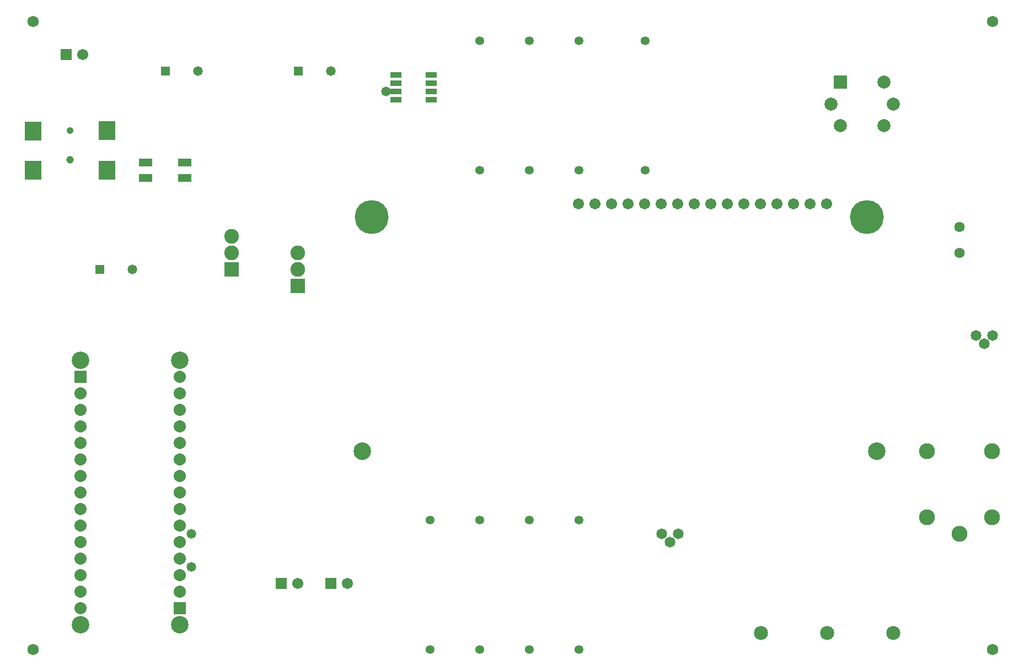
<source format=gts>
G04*
G04 #@! TF.GenerationSoftware,Altium Limited,Altium Designer,23.6.0 (18)*
G04*
G04 Layer_Color=8388736*
%FSLAX44Y44*%
%MOMM*%
G71*
G04*
G04 #@! TF.SameCoordinates,7898EC2A-0A59-48EF-961D-189EECB35E8C*
G04*
G04*
G04 #@! TF.FilePolarity,Negative*
G04*
G01*
G75*
%ADD17R,2.6032X3.0032*%
%ADD18R,1.7282X0.8532*%
%ADD19R,2.0532X1.2032*%
%ADD20C,5.2032*%
%ADD21C,2.7032*%
%ADD22C,1.7032*%
%ADD23C,1.7272*%
%ADD24C,1.3532*%
%ADD25C,1.1532*%
%ADD26C,1.0532*%
%ADD27R,2.2582X2.2582*%
%ADD28C,2.2582*%
%ADD29C,2.4532*%
%ADD30R,1.4782X1.4782*%
%ADD31C,1.4782*%
%ADD32C,1.6432*%
%ADD33R,1.7032X1.7032*%
%ADD34C,2.1532*%
%ADD35C,1.6032*%
%ADD36C,2.0032*%
%ADD37R,2.0032X2.0032*%
%ADD38R,1.8682X1.8682*%
%ADD39C,1.8682*%
%ADD40C,2.6782*%
%ADD41C,1.4732*%
D17*
X139400Y762000D02*
D03*
X25400D02*
D03*
Y822200D02*
D03*
X139400Y823000D02*
D03*
D18*
X636720Y908050D02*
D03*
Y895350D02*
D03*
Y882650D02*
D03*
Y869950D02*
D03*
X582480D02*
D03*
Y882650D02*
D03*
Y895350D02*
D03*
Y908050D02*
D03*
D19*
X198850Y774000D02*
D03*
Y750000D02*
D03*
X258350D02*
D03*
Y774000D02*
D03*
D20*
X545800Y690200D02*
D03*
X1305800D02*
D03*
D21*
X530800Y330200D02*
D03*
X1320800D02*
D03*
D22*
X888200Y710200D02*
D03*
X862800D02*
D03*
X1243800D02*
D03*
X1218400D02*
D03*
X1193000D02*
D03*
X1167600D02*
D03*
X1142200D02*
D03*
X1116800D02*
D03*
X1091400D02*
D03*
X1066000D02*
D03*
X1040600D02*
D03*
X1015200D02*
D03*
X989800D02*
D03*
X964400D02*
D03*
X939000D02*
D03*
X913600D02*
D03*
X431800Y127000D02*
D03*
X508000D02*
D03*
X101600Y939800D02*
D03*
D23*
X1498600Y25400D02*
D03*
X25400D02*
D03*
Y990600D02*
D03*
X1498600D02*
D03*
D24*
X863600Y762000D02*
D03*
Y961000D02*
D03*
X787400Y25400D02*
D03*
Y224400D02*
D03*
X711200Y25400D02*
D03*
Y224400D02*
D03*
X635000Y25400D02*
D03*
Y224400D02*
D03*
X863600Y25400D02*
D03*
Y224400D02*
D03*
X711200Y762000D02*
D03*
Y961000D02*
D03*
X965200Y762000D02*
D03*
Y961000D02*
D03*
X787400Y762000D02*
D03*
Y961000D02*
D03*
D25*
X82400Y778000D02*
D03*
D26*
Y823000D02*
D03*
D27*
X330200Y609700D02*
D03*
X431800Y584200D02*
D03*
D28*
X330200Y635050D02*
D03*
Y660400D02*
D03*
X431800Y609550D02*
D03*
Y634900D02*
D03*
D29*
X1497800Y228200D02*
D03*
Y330200D02*
D03*
X1397800D02*
D03*
Y228200D02*
D03*
X1447800Y203200D02*
D03*
D30*
X127800Y609600D02*
D03*
X228600Y914400D02*
D03*
X432600D02*
D03*
D31*
X177800Y609600D02*
D03*
X278600Y914400D02*
D03*
X482600D02*
D03*
D32*
X1016000Y203200D02*
D03*
X1003300Y190500D02*
D03*
X990600Y203200D02*
D03*
X1498600Y508000D02*
D03*
X1485900Y495300D02*
D03*
X1473200Y508000D02*
D03*
D33*
X406400Y127000D02*
D03*
X482600D02*
D03*
X76200Y939800D02*
D03*
D34*
X1346200Y50800D02*
D03*
X1244600D02*
D03*
X1143000D02*
D03*
D35*
X1447800Y675000D02*
D03*
Y635000D02*
D03*
D36*
X1251200Y863600D02*
D03*
X1346200D02*
D03*
X1332287Y830013D02*
D03*
X1265113D02*
D03*
X1332287Y897187D02*
D03*
D37*
X1265113D02*
D03*
D38*
X98769Y444353D02*
D03*
X251169Y88753D02*
D03*
D39*
X98769Y418953D02*
D03*
Y393553D02*
D03*
Y368153D02*
D03*
Y342753D02*
D03*
Y317353D02*
D03*
Y291953D02*
D03*
Y266553D02*
D03*
Y241153D02*
D03*
Y215753D02*
D03*
Y190353D02*
D03*
Y164953D02*
D03*
Y139553D02*
D03*
Y114153D02*
D03*
Y88753D02*
D03*
X251169Y114153D02*
D03*
Y139553D02*
D03*
Y164953D02*
D03*
Y190353D02*
D03*
Y215753D02*
D03*
Y241153D02*
D03*
Y266553D02*
D03*
Y291953D02*
D03*
Y317353D02*
D03*
Y342753D02*
D03*
Y368153D02*
D03*
Y393553D02*
D03*
Y418953D02*
D03*
Y444353D02*
D03*
D40*
X98769Y469753D02*
D03*
X251169D02*
D03*
Y63353D02*
D03*
X98769D02*
D03*
D41*
X567690Y882650D02*
D03*
X268478Y202946D02*
D03*
Y152146D02*
D03*
M02*

</source>
